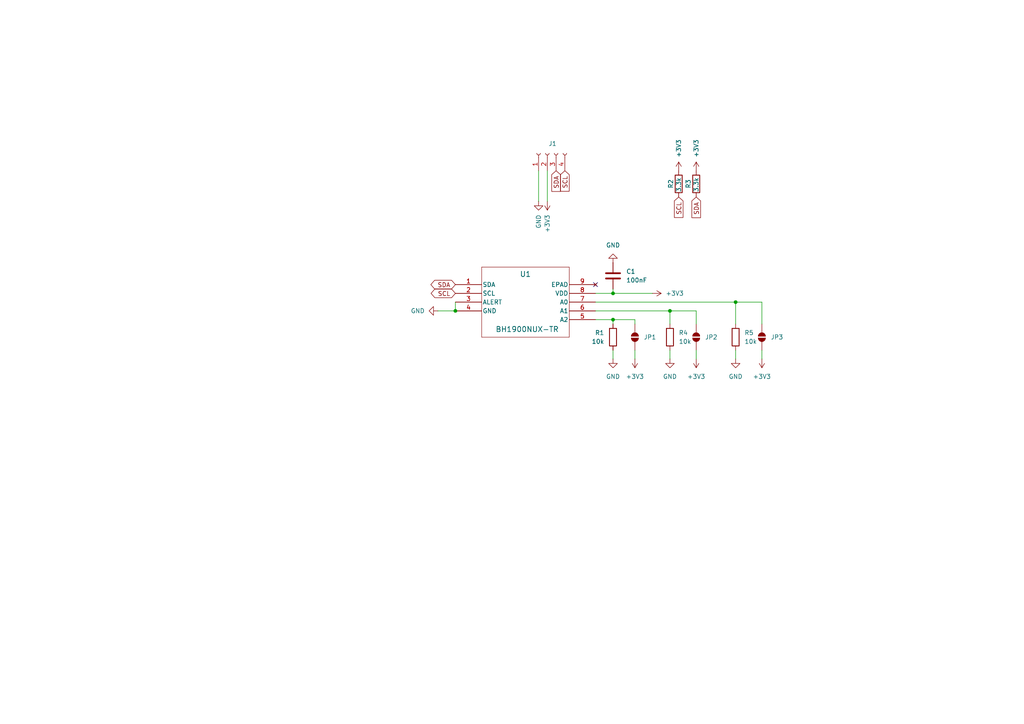
<source format=kicad_sch>
(kicad_sch (version 20250114) (generator "eeschema") (generator_version "9.0")
  (paper "A4")
  (title_block (title "Rohm Semiconductor BH1900NUX Breakout Board") (date "2025-11-09") (rev "0.1"))
  (lib_symbols
    (symbol "Connector:Conn_01x04_Socket" (pin_names (offset 1.016) (hide yes))
      (property "Reference" "J" (at 0 5.08 0))
      (property "Value" "Conn_01x04_Socket" (at 0 -7.62 0))
      (symbol "Conn_01x04_Socket_1_1"
        (polyline (pts (xy -1.27 2.54) (xy -0.508 2.54)) (stroke (width 0.1524)))
        (polyline (pts (xy -1.27 0) (xy -0.508 0)) (stroke (width 0.1524)))
        (polyline (pts (xy -1.27 -2.54) (xy -0.508 -2.54)) (stroke (width 0.1524)))
        (polyline (pts (xy -1.27 -5.08) (xy -0.508 -5.08)) (stroke (width 0.1524)))
        (arc (start 0 2.032) (mid -0.5058 2.54) (end 0 3.048) (stroke (width 0.1524)))
        (arc (start 0 -0.508) (mid -0.5058 0) (end 0 0.508) (stroke (width 0.1524)))
        (arc (start 0 -3.048) (mid -0.5058 -2.54) (end 0 -2.032) (stroke (width 0.1524)))
        (arc (start 0 -5.588) (mid -0.5058 -5.08) (end 0 -4.572) (stroke (width 0.1524)))
        (pin passive line (at -5.08 2.54 0) (length 3.81) (name "Pin_1") (number "1"))
        (pin passive line (at -5.08 0 0) (length 3.81) (name "Pin_2") (number "2"))
        (pin passive line (at -5.08 -2.54 0) (length 3.81) (name "Pin_3") (number "3"))
        (pin passive line (at -5.08 -5.08 0) (length 3.81) (name "Pin_4") (number "4"))
      )
    )
    (symbol "Device:C" (pin_numbers (hide yes)) (pin_names (offset 0.254))
      (property "Reference" "C" (at 0.635 2.54 0))
      (property "Value" "C" (at 0.635 -2.54 0))
      (symbol "C_0_1"
        (polyline (pts (xy -2.032 0.762) (xy 2.032 0.762)) (stroke (width 0.508)))
        (polyline (pts (xy -2.032 -0.762) (xy 2.032 -0.762)) (stroke (width 0.508)))
      )
      (symbol "C_1_1"
        (pin passive line (at 0 3.81 270) (length 2.794) (name "~") (number "1"))
        (pin passive line (at 0 -3.81 90) (length 2.794) (name "~") (number "2"))
      )
    )
    (symbol "Device:R" (pin_numbers (hide yes)) (pin_names (offset 0))
      (property "Reference" "R" (at 2.032 0 90))
      (property "Value" "R" (at 0 0 90))
      (symbol "R_0_1"
        (rectangle (start -1.016 -2.54) (end 1.016 2.54) (stroke (width 0.254)))
      )
      (symbol "R_1_1"
        (pin passive line (at 0 3.81 270) (length 1.27) (name "~") (number "1"))
        (pin passive line (at 0 -3.81 90) (length 1.27) (name "~") (number "2"))
      )
    )
    (symbol "Jumper:SolderJumper_2_Open" (pin_numbers (hide yes)) (pin_names (offset 0) (hide yes)) (in_bom no)
      (property "Reference" "JP" (at 0 2.032 0))
      (property "Value" "SolderJumper_2_Open" (at 0 -2.54 0))
      (symbol "SolderJumper_2_Open_0_1"
        (polyline (pts (xy -0.254 1.016) (xy -0.254 -1.016)))
        (arc (start -0.254 -1.016) (mid -1.2656 0) (end -0.254 1.016))
        (arc (start -0.254 -1.016) (mid -1.2656 0) (end -0.254 1.016) (fill (type outline)))
        (arc (start 0.254 1.016) (mid 1.2656 0) (end 0.254 -1.016))
        (arc (start 0.254 1.016) (mid 1.2656 0) (end 0.254 -1.016) (fill (type outline)))
        (polyline (pts (xy 0.254 1.016) (xy 0.254 -1.016)))
      )
      (symbol "SolderJumper_2_Open_1_1"
        (pin passive line (at -3.81 0 0) (length 2.54) (name "A") (number "1"))
        (pin passive line (at 3.81 0 180) (length 2.54) (name "B") (number "2"))
      )
    )
    (symbol "Rohm_BH1900NUX_ALT:BH1900NUX-TR" (pin_names (offset 0.254))
      (property "Reference" "U" (at 20.32 10.16 0))
      (property "Value" "BH1900NUX-TR" (at 20.32 7.62 0))
      (symbol "BH1900NUX-TR_0_1"
        (polyline (pts (xy 7.62 5.08) (xy 7.62 -15.24)) (stroke (width 0.127)))
        (polyline (pts (xy 7.62 -15.24) (xy 33.02 -15.24)) (stroke (width 0.127)))
        (polyline (pts (xy 33.02 5.08) (xy 7.62 5.08)) (stroke (width 0.127)))
        (polyline (pts (xy 33.02 -15.24) (xy 33.02 5.08)) (stroke (width 0.127)))
        (pin output line (at 0 -5.08 0) (length 7.62) (name "ALERT") (number "3"))
        (pin power_in line (at 40.64 -2.54 180) (length 7.62) (name "VDD") (number "8"))
        (pin bidirectional line (at 40.64 -5.08 180) (length 7.62) (name "A0") (number "7"))
        (pin bidirectional line (at 40.64 -7.62 180) (length 7.62) (name "A1") (number "6"))
        (pin bidirectional line (at 40.64 -10.16 180) (length 7.62) (name "A2") (number "5") (alternate "" input line))
      )
      (symbol "BH1900NUX-TR_1_1"
        (pin bidirectional line (at 0 0 0) (length 7.62) (name "SDA") (number "1"))
        (pin bidirectional line (at 0 -2.54 0) (length 7.62) (name "SCL") (number "2"))
        (pin power_out line (at 0 -7.62 0) (length 7.62) (name "GND") (number "4") (alternate "" input line))
        (pin no_connect line (at 40.64 0 180) (length 7.62) (name "EPAD") (number "9"))
      )
    )
    (symbol "power:+3V3" (power) (pin_numbers (hide yes)) (pin_names (offset 0) (hide yes))
      (property "Value" "+3V3" (at 0 3.556 0))
      (symbol "+3V3_0_1"
        (polyline (pts (xy -0.762 1.27) (xy 0 2.54)))
        (polyline (pts (xy 0 2.54) (xy 0.762 1.27)))
        (polyline (pts (xy 0 0) (xy 0 2.54)))
      )
      (symbol "+3V3_1_1"
        (pin power_in line (at 0 0 90) (length 0) (name "~") (number "1"))
      )
    )
    (symbol "power:GND" (power) (pin_numbers (hide yes)) (pin_names (offset 0) (hide yes))
      (property "Value" "GND" (at 0 -3.81 0))
      (symbol "GND_0_1"
        (polyline (pts (xy 0 0) (xy 0 -1.27) (xy 1.27 -1.27) (xy 0 -2.54) (xy -1.27 -1.27) (xy 0 -1.27)))
      )
      (symbol "GND_1_1"
        (pin power_in line (at 0 0 270) (length 0) (name "~") (number "1"))
      )
    )
  )
  (junction (at 177.8 85.09))
  (junction (at 177.8 92.71))
  (junction (at 213.36 87.63))
  (junction (at 194.31 90.17))
  (junction (at 132.08 90.17))
  (no_connect (at 172.72 82.55))
  (wire (pts (xy 177.8 101.6) (xy 177.8 104.14)))
  (wire (pts (xy 127 90.17) (xy 132.08 90.17)))
  (wire (pts (xy 172.72 87.63) (xy 213.36 87.63)))
  (wire (pts (xy 194.31 90.17) (xy 194.31 93.98)))
  (wire (pts (xy 194.31 90.17) (xy 201.93 90.17)))
  (wire (pts (xy 201.93 90.17) (xy 201.93 93.98)))
  (wire (pts (xy 156.21 58.42) (xy 156.21 49.53)))
  (wire (pts (xy 213.36 101.6) (xy 213.36 104.14)))
  (wire (pts (xy 158.75 58.42) (xy 158.75 49.53)))
  (wire (pts (xy 132.08 87.63) (xy 132.08 90.17)))
  (wire (pts (xy 172.72 92.71) (xy 177.8 92.71)))
  (wire (pts (xy 184.15 101.6) (xy 184.15 104.14)))
  (wire (pts (xy 177.8 92.71) (xy 184.15 92.71)))
  (wire (pts (xy 213.36 87.63) (xy 220.98 87.63)))
  (wire (pts (xy 220.98 101.6) (xy 220.98 104.14)))
  (wire (pts (xy 172.72 90.17) (xy 194.31 90.17)))
  (wire (pts (xy 172.72 85.09) (xy 177.8 85.09)))
  (wire (pts (xy 201.93 101.6) (xy 201.93 104.14)))
  (wire (pts (xy 220.98 87.63) (xy 220.98 93.98)))
  (wire (pts (xy 213.36 87.63) (xy 213.36 93.98)))
  (wire (pts (xy 194.31 101.6) (xy 194.31 104.14)))
  (wire (pts (xy 184.15 92.71) (xy 184.15 93.98)))
  (wire (pts (xy 177.8 93.98) (xy 177.8 92.71)))
  (wire (pts (xy 177.8 85.09) (xy 177.8 83.82)))
  (wire (pts (xy 189.23 85.09) (xy 177.8 85.09)))
  (global_label "SCL" (shape bidirectional) (at 132.08 85.09 180) (property "Intersheetrefs" "${INTERSHEET_REFS}" (effects (hide yes))))
  (global_label "SDA" (shape input) (at 201.93 57.15 270) (property "Intersheetrefs" "${INTERSHEET_REFS}" (effects (hide yes))))
  (global_label "SCL" (shape input) (at 196.85 57.15 270) (property "Intersheetrefs" "${INTERSHEET_REFS}" (effects (hide yes))))
  (global_label "SDA" (shape input) (at 161.29 49.53 270) (property "Intersheetrefs" "${INTERSHEET_REFS}" (effects (hide yes))))
  (global_label "SDA" (shape bidirectional) (at 132.08 82.55 180) (property "Intersheetrefs" "${INTERSHEET_REFS}" (effects (hide yes))))
  (global_label "SCL" (shape input) (at 163.83 49.53 270) (property "Intersheetrefs" "${INTERSHEET_REFS}" (effects (hide yes))))
  (symbol (lib_id "power:+3V3") (at 158.75 58.42 0) (mirror x) (unit 1)
    (property "Reference" "#PWR013" (effects (hide yes)))
    (property "Value" "+3V3" (at 158.7501 62.23 90) (effects (justify left)))
    (property "Description" "Power symbol creates a global label with name \"+3V3\"" (effects (hide yes)))
  )
  (symbol (lib_id "Jumper:SolderJumper_2_Open") (at 201.93 97.79 90) (unit 1) (in_bom no)
    (property "Reference" "JP2" (at 204.47 97.7899 90) (effects (justify right)))
    (property "Value" "Jumper_2_Small_Open" (effects (hide yes)))
    (property "Footprint" "Jumper:SolderJumper-2_P1.3mm_Open_Pad1.0x1.5mm" (effects (hide yes)))
    (property "Description" "Solder Jumper, 2-pole, open" (effects (hide yes)))
  )
  (symbol (lib_id "Connector:Conn_01x04_Socket") (at 158.75 44.45 90) (unit 1)
    (property "Reference" "J1" (at 160.274 41.656 90))
    (property "Value" "Conn_01x04_Socket" (effects (hide yes)))
    (property "Footprint" "Riehlhome:JST_SH_SM04B-SRSS-TB_1x04-1MP_P1.00mm_Horizontal" (effects (hide yes)))
    (property "Description" "Generic connector, single row, 01x04, script generated" (effects (hide yes)))
  )
  (symbol (lib_id "power:GND") (at 127 90.17 270) (unit 1)
    (property "Reference" "#PWR05" (effects (hide yes)))
    (property "Value" "GND" (at 121.158 90.17 90))
    (property "Description" "Power symbol creates a global label with name \"GND\" , ground" (effects (hide yes)))
  )
  (symbol (lib_id "Device:C") (at 177.8 80.01 0) (unit 1)
    (property "Reference" "C1" (at 181.61 78.7399 0) (effects (justify left)))
    (property "Value" "100nF" (at 181.61 81.2799 0) (effects (justify left)))
    (property "Footprint" "Capacitor_SMD:C_01005_0402Metric" (effects (hide yes)))
    (property "Description" "Unpolarized capacitor" (effects (hide yes)))
  )
  (symbol (lib_id "power:GND") (at 194.31 104.14 0) (unit 1)
    (property "Reference" "#PWR06" (effects (hide yes)))
    (property "Value" "GND" (at 194.31 109.22 0))
    (property "Description" "Power symbol creates a global label with name \"GND\" , ground" (effects (hide yes)))
  )
  (symbol (lib_id "Device:R") (at 196.85 53.34 0) (mirror y) (unit 1)
    (property "Reference" "R2" (at 194.564 53.34 90))
    (property "Value" "3.3k" (at 196.85 53.594 90))
    (property "Footprint" "Resistor_SMD:R_01005_0402Metric" (effects (hide yes)))
    (property "Description" "Resistor" (effects (hide yes)))
  )
  (symbol (lib_id "power:+3V3") (at 189.23 85.09 270) (unit 1)
    (property "Reference" "#PWR014" (effects (hide yes)))
    (property "Value" "+3V3" (at 193.04 85.0899 90) (effects (justify left)))
    (property "Description" "Power symbol creates a global label with name \"+3V3\"" (effects (hide yes)))
  )
  (symbol (lib_id "power:GND") (at 177.8 104.14 0) (unit 1)
    (property "Reference" "#PWR01" (effects (hide yes)))
    (property "Value" "GND" (at 177.8 109.22 0))
    (property "Description" "Power symbol creates a global label with name \"GND\" , ground" (effects (hide yes)))
  )
  (symbol (lib_id "Device:R") (at 177.8 97.79 0) (mirror y) (unit 1)
    (property "Reference" "R1" (at 175.26 96.5199 0) (effects (justify left)))
    (property "Value" "10k" (at 175.26 99.0599 0) (effects (justify left)))
    (property "Footprint" "Resistor_SMD:R_01005_0402Metric" (effects (hide yes)))
    (property "Description" "Resistor" (effects (hide yes)))
  )
  (symbol (lib_id "power:GND") (at 177.8 76.2 180) (unit 1)
    (property "Reference" "#PWR015" (effects (hide yes)))
    (property "Value" "GND" (at 177.8 71.12 0))
    (property "Description" "Power symbol creates a global label with name \"GND\" , ground" (effects (hide yes)))
  )
  (symbol (lib_id "power:+3V3") (at 201.93 104.14 180) (unit 1)
    (property "Reference" "#PWR03" (effects (hide yes)))
    (property "Value" "+3V3" (at 201.93 109.22 0))
    (property "Description" "Power symbol creates a global label with name \"+3V3\"" (effects (hide yes)))
  )
  (symbol (lib_id "power:GND") (at 213.36 104.14 0) (unit 1)
    (property "Reference" "#PWR07" (effects (hide yes)))
    (property "Value" "GND" (at 213.36 109.22 0))
    (property "Description" "Power symbol creates a global label with name \"GND\" , ground" (effects (hide yes)))
  )
  (symbol (lib_id "Rohm_BH1900NUX_ALT:BH1900NUX-TR") (at 132.08 82.55 0) (unit 1)
    (property "Reference" "U1" (at 152.4 79.502 0) (effects (font (size 1.524 1.524))))
    (property "Value" "BH1900NUX-TR" (at 152.908 95.504 0) (effects (font (size 1.524 1.524))))
    (property "Footprint" "VSON008X2030_ROM" (effects (hide yes)))
    (property "Datasheet" "BH1900NUX-TR" (effects (hide yes)))
    (pin "5" (alternate "A2"))
    (pin "4" (alternate "GND"))
  )
  (symbol (lib_id "Device:R") (at 213.36 97.79 0) (unit 1)
    (property "Reference" "R5" (at 215.9 96.5199 0) (effects (justify left)))
    (property "Value" "10k" (at 215.9 99.0599 0) (effects (justify left)))
    (property "Footprint" "Resistor_SMD:R_01005_0402Metric" (effects (hide yes)))
    (property "Description" "Resistor" (effects (hide yes)))
  )
  (symbol (lib_id "power:+3V3") (at 201.93 49.53 0) (unit 1)
    (property "Reference" "#PWR019" (effects (hide yes)))
    (property "Value" "+3V3" (at 201.9301 45.72 90) (effects (justify left)))
    (property "Description" "Power symbol creates a global label with name \"+3V3\"" (effects (hide yes)))
  )
  (symbol (lib_id "Jumper:SolderJumper_2_Open") (at 184.15 97.79 270) (unit 1) (in_bom no)
    (property "Reference" "JP1" (at 186.69 97.7899 90) (effects (justify left)))
    (property "Value" "Jumper_2_Small_Open" (effects (hide yes)))
    (property "Footprint" "Jumper:SolderJumper-2_P1.3mm_Open_Pad1.0x1.5mm" (effects (hide yes)))
    (property "Description" "Solder Jumper, 2-pole, open" (effects (hide yes)))
  )
  (symbol (lib_id "power:+3V3") (at 184.15 104.14 180) (unit 1)
    (property "Reference" "#PWR02" (effects (hide yes)))
    (property "Value" "+3V3" (at 184.15 109.22 0))
    (property "Description" "Power symbol creates a global label with name \"+3V3\"" (effects (hide yes)))
  )
  (symbol (lib_id "power:GND") (at 156.21 58.42 0) (unit 1)
    (property "Reference" "#PWR018" (effects (hide yes)))
    (property "Value" "GND" (at 156.2099 62.23 90) (effects (justify right)))
    (property "Description" "Power symbol creates a global label with name \"GND\" , ground" (effects (hide yes)))
  )
  (symbol (lib_id "Device:R") (at 194.31 97.79 0) (unit 1)
    (property "Reference" "R4" (at 196.85 96.5199 0) (effects (justify left)))
    (property "Value" "10k" (at 196.85 99.0599 0) (effects (justify left)))
    (property "Footprint" "Resistor_SMD:R_01005_0402Metric" (effects (hide yes)))
    (property "Description" "Resistor" (effects (hide yes)))
  )
  (symbol (lib_id "power:+3V3") (at 220.98 104.14 180) (unit 1)
    (property "Reference" "#PWR08" (effects (hide yes)))
    (property "Value" "+3V3" (at 220.98 109.22 0))
    (property "Description" "Power symbol creates a global label with name \"+3V3\"" (effects (hide yes)))
  )
  (symbol (lib_id "Jumper:SolderJumper_2_Open") (at 220.98 97.79 90) (unit 1) (in_bom no)
    (property "Reference" "JP3" (at 223.52 97.7899 90) (effects (justify right)))
    (property "Value" "Jumper_2_Small_Open" (effects (hide yes)))
    (property "Footprint" "Jumper:SolderJumper-2_P1.3mm_Open_Pad1.0x1.5mm" (effects (hide yes)))
    (property "Description" "Solder Jumper, 2-pole, open" (effects (hide yes)))
  )
  (symbol (lib_id "Device:R") (at 201.93 53.34 0) (mirror y) (unit 1)
    (property "Reference" "R3" (at 199.644 53.34 90))
    (property "Value" "3.3k" (at 201.93 53.594 90))
    (property "Footprint" "Resistor_SMD:R_01005_0402Metric" (effects (hide yes)))
    (property "Description" "Resistor" (effects (hide yes)))
  )
  (symbol (lib_id "power:+3V3") (at 196.85 49.53 0) (unit 1)
    (property "Reference" "#PWR016" (effects (hide yes)))
    (property "Value" "+3V3" (at 196.8501 45.72 90) (effects (justify left)))
    (property "Description" "Power symbol creates a global label with name \"+3V3\"" (effects (hide yes)))
  )
)
</source>
